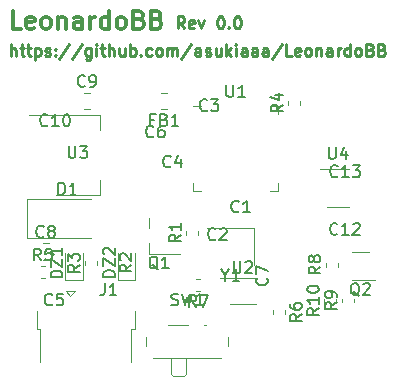
<source format=gbr>
G04 #@! TF.GenerationSoftware,KiCad,Pcbnew,5.0.2-bee76a0~70~ubuntu18.04.1*
G04 #@! TF.CreationDate,2019-02-14T01:12:15+09:00*
G04 #@! TF.ProjectId,LeonardoBB,4c656f6e-6172-4646-9f42-422e6b696361,rev?*
G04 #@! TF.SameCoordinates,Original*
G04 #@! TF.FileFunction,Legend,Top*
G04 #@! TF.FilePolarity,Positive*
%FSLAX46Y46*%
G04 Gerber Fmt 4.6, Leading zero omitted, Abs format (unit mm)*
G04 Created by KiCad (PCBNEW 5.0.2-bee76a0~70~ubuntu18.04.1) date 2019年02月14日 01時12分15秒*
%MOMM*%
%LPD*%
G01*
G04 APERTURE LIST*
%ADD10C,0.250000*%
%ADD11C,0.300000*%
%ADD12C,0.120000*%
%ADD13C,0.150000*%
G04 APERTURE END LIST*
D10*
X128271976Y-100655380D02*
X128271976Y-99655380D01*
X128700547Y-100655380D02*
X128700547Y-100131571D01*
X128652928Y-100036333D01*
X128557690Y-99988714D01*
X128414833Y-99988714D01*
X128319595Y-100036333D01*
X128271976Y-100083952D01*
X129033880Y-99988714D02*
X129414833Y-99988714D01*
X129176738Y-99655380D02*
X129176738Y-100512523D01*
X129224357Y-100607761D01*
X129319595Y-100655380D01*
X129414833Y-100655380D01*
X129605309Y-99988714D02*
X129986261Y-99988714D01*
X129748166Y-99655380D02*
X129748166Y-100512523D01*
X129795785Y-100607761D01*
X129891023Y-100655380D01*
X129986261Y-100655380D01*
X130319595Y-99988714D02*
X130319595Y-100988714D01*
X130319595Y-100036333D02*
X130414833Y-99988714D01*
X130605309Y-99988714D01*
X130700547Y-100036333D01*
X130748166Y-100083952D01*
X130795785Y-100179190D01*
X130795785Y-100464904D01*
X130748166Y-100560142D01*
X130700547Y-100607761D01*
X130605309Y-100655380D01*
X130414833Y-100655380D01*
X130319595Y-100607761D01*
X131176738Y-100607761D02*
X131271976Y-100655380D01*
X131462452Y-100655380D01*
X131557690Y-100607761D01*
X131605309Y-100512523D01*
X131605309Y-100464904D01*
X131557690Y-100369666D01*
X131462452Y-100322047D01*
X131319595Y-100322047D01*
X131224357Y-100274428D01*
X131176738Y-100179190D01*
X131176738Y-100131571D01*
X131224357Y-100036333D01*
X131319595Y-99988714D01*
X131462452Y-99988714D01*
X131557690Y-100036333D01*
X132033880Y-100560142D02*
X132081500Y-100607761D01*
X132033880Y-100655380D01*
X131986261Y-100607761D01*
X132033880Y-100560142D01*
X132033880Y-100655380D01*
X132033880Y-100036333D02*
X132081500Y-100083952D01*
X132033880Y-100131571D01*
X131986261Y-100083952D01*
X132033880Y-100036333D01*
X132033880Y-100131571D01*
X133224357Y-99607761D02*
X132367214Y-100893476D01*
X134271976Y-99607761D02*
X133414833Y-100893476D01*
X135033880Y-99988714D02*
X135033880Y-100798238D01*
X134986261Y-100893476D01*
X134938642Y-100941095D01*
X134843404Y-100988714D01*
X134700547Y-100988714D01*
X134605309Y-100941095D01*
X135033880Y-100607761D02*
X134938642Y-100655380D01*
X134748166Y-100655380D01*
X134652928Y-100607761D01*
X134605309Y-100560142D01*
X134557690Y-100464904D01*
X134557690Y-100179190D01*
X134605309Y-100083952D01*
X134652928Y-100036333D01*
X134748166Y-99988714D01*
X134938642Y-99988714D01*
X135033880Y-100036333D01*
X135510071Y-100655380D02*
X135510071Y-99988714D01*
X135510071Y-99655380D02*
X135462452Y-99703000D01*
X135510071Y-99750619D01*
X135557690Y-99703000D01*
X135510071Y-99655380D01*
X135510071Y-99750619D01*
X135843404Y-99988714D02*
X136224357Y-99988714D01*
X135986261Y-99655380D02*
X135986261Y-100512523D01*
X136033880Y-100607761D01*
X136129119Y-100655380D01*
X136224357Y-100655380D01*
X136557690Y-100655380D02*
X136557690Y-99655380D01*
X136986261Y-100655380D02*
X136986261Y-100131571D01*
X136938642Y-100036333D01*
X136843404Y-99988714D01*
X136700547Y-99988714D01*
X136605309Y-100036333D01*
X136557690Y-100083952D01*
X137891023Y-99988714D02*
X137891023Y-100655380D01*
X137462452Y-99988714D02*
X137462452Y-100512523D01*
X137510071Y-100607761D01*
X137605309Y-100655380D01*
X137748166Y-100655380D01*
X137843404Y-100607761D01*
X137891023Y-100560142D01*
X138367214Y-100655380D02*
X138367214Y-99655380D01*
X138367214Y-100036333D02*
X138462452Y-99988714D01*
X138652928Y-99988714D01*
X138748166Y-100036333D01*
X138795785Y-100083952D01*
X138843404Y-100179190D01*
X138843404Y-100464904D01*
X138795785Y-100560142D01*
X138748166Y-100607761D01*
X138652928Y-100655380D01*
X138462452Y-100655380D01*
X138367214Y-100607761D01*
X139271976Y-100560142D02*
X139319595Y-100607761D01*
X139271976Y-100655380D01*
X139224357Y-100607761D01*
X139271976Y-100560142D01*
X139271976Y-100655380D01*
X140176738Y-100607761D02*
X140081500Y-100655380D01*
X139891023Y-100655380D01*
X139795785Y-100607761D01*
X139748166Y-100560142D01*
X139700547Y-100464904D01*
X139700547Y-100179190D01*
X139748166Y-100083952D01*
X139795785Y-100036333D01*
X139891023Y-99988714D01*
X140081500Y-99988714D01*
X140176738Y-100036333D01*
X140748166Y-100655380D02*
X140652928Y-100607761D01*
X140605309Y-100560142D01*
X140557690Y-100464904D01*
X140557690Y-100179190D01*
X140605309Y-100083952D01*
X140652928Y-100036333D01*
X140748166Y-99988714D01*
X140891023Y-99988714D01*
X140986261Y-100036333D01*
X141033880Y-100083952D01*
X141081500Y-100179190D01*
X141081500Y-100464904D01*
X141033880Y-100560142D01*
X140986261Y-100607761D01*
X140891023Y-100655380D01*
X140748166Y-100655380D01*
X141510071Y-100655380D02*
X141510071Y-99988714D01*
X141510071Y-100083952D02*
X141557690Y-100036333D01*
X141652928Y-99988714D01*
X141795785Y-99988714D01*
X141891023Y-100036333D01*
X141938642Y-100131571D01*
X141938642Y-100655380D01*
X141938642Y-100131571D02*
X141986261Y-100036333D01*
X142081500Y-99988714D01*
X142224357Y-99988714D01*
X142319595Y-100036333D01*
X142367214Y-100131571D01*
X142367214Y-100655380D01*
X143557690Y-99607761D02*
X142700547Y-100893476D01*
X144319595Y-100655380D02*
X144319595Y-100131571D01*
X144271976Y-100036333D01*
X144176738Y-99988714D01*
X143986261Y-99988714D01*
X143891023Y-100036333D01*
X144319595Y-100607761D02*
X144224357Y-100655380D01*
X143986261Y-100655380D01*
X143891023Y-100607761D01*
X143843404Y-100512523D01*
X143843404Y-100417285D01*
X143891023Y-100322047D01*
X143986261Y-100274428D01*
X144224357Y-100274428D01*
X144319595Y-100226809D01*
X144748166Y-100607761D02*
X144843404Y-100655380D01*
X145033880Y-100655380D01*
X145129119Y-100607761D01*
X145176738Y-100512523D01*
X145176738Y-100464904D01*
X145129119Y-100369666D01*
X145033880Y-100322047D01*
X144891023Y-100322047D01*
X144795785Y-100274428D01*
X144748166Y-100179190D01*
X144748166Y-100131571D01*
X144795785Y-100036333D01*
X144891023Y-99988714D01*
X145033880Y-99988714D01*
X145129119Y-100036333D01*
X146033880Y-99988714D02*
X146033880Y-100655380D01*
X145605309Y-99988714D02*
X145605309Y-100512523D01*
X145652928Y-100607761D01*
X145748166Y-100655380D01*
X145891023Y-100655380D01*
X145986261Y-100607761D01*
X146033880Y-100560142D01*
X146510071Y-100655380D02*
X146510071Y-99655380D01*
X146605309Y-100274428D02*
X146891023Y-100655380D01*
X146891023Y-99988714D02*
X146510071Y-100369666D01*
X147319595Y-100655380D02*
X147319595Y-99988714D01*
X147319595Y-99655380D02*
X147271976Y-99703000D01*
X147319595Y-99750619D01*
X147367214Y-99703000D01*
X147319595Y-99655380D01*
X147319595Y-99750619D01*
X148224357Y-100655380D02*
X148224357Y-100131571D01*
X148176738Y-100036333D01*
X148081500Y-99988714D01*
X147891023Y-99988714D01*
X147795785Y-100036333D01*
X148224357Y-100607761D02*
X148129119Y-100655380D01*
X147891023Y-100655380D01*
X147795785Y-100607761D01*
X147748166Y-100512523D01*
X147748166Y-100417285D01*
X147795785Y-100322047D01*
X147891023Y-100274428D01*
X148129119Y-100274428D01*
X148224357Y-100226809D01*
X149129119Y-100655380D02*
X149129119Y-100131571D01*
X149081500Y-100036333D01*
X148986261Y-99988714D01*
X148795785Y-99988714D01*
X148700547Y-100036333D01*
X149129119Y-100607761D02*
X149033880Y-100655380D01*
X148795785Y-100655380D01*
X148700547Y-100607761D01*
X148652928Y-100512523D01*
X148652928Y-100417285D01*
X148700547Y-100322047D01*
X148795785Y-100274428D01*
X149033880Y-100274428D01*
X149129119Y-100226809D01*
X150033880Y-100655380D02*
X150033880Y-100131571D01*
X149986261Y-100036333D01*
X149891023Y-99988714D01*
X149700547Y-99988714D01*
X149605309Y-100036333D01*
X150033880Y-100607761D02*
X149938642Y-100655380D01*
X149700547Y-100655380D01*
X149605309Y-100607761D01*
X149557690Y-100512523D01*
X149557690Y-100417285D01*
X149605309Y-100322047D01*
X149700547Y-100274428D01*
X149938642Y-100274428D01*
X150033880Y-100226809D01*
X151224357Y-99607761D02*
X150367214Y-100893476D01*
X152033880Y-100655380D02*
X151557690Y-100655380D01*
X151557690Y-99655380D01*
X152748166Y-100607761D02*
X152652928Y-100655380D01*
X152462452Y-100655380D01*
X152367214Y-100607761D01*
X152319595Y-100512523D01*
X152319595Y-100131571D01*
X152367214Y-100036333D01*
X152462452Y-99988714D01*
X152652928Y-99988714D01*
X152748166Y-100036333D01*
X152795785Y-100131571D01*
X152795785Y-100226809D01*
X152319595Y-100322047D01*
X153367214Y-100655380D02*
X153271976Y-100607761D01*
X153224357Y-100560142D01*
X153176738Y-100464904D01*
X153176738Y-100179190D01*
X153224357Y-100083952D01*
X153271976Y-100036333D01*
X153367214Y-99988714D01*
X153510071Y-99988714D01*
X153605309Y-100036333D01*
X153652928Y-100083952D01*
X153700547Y-100179190D01*
X153700547Y-100464904D01*
X153652928Y-100560142D01*
X153605309Y-100607761D01*
X153510071Y-100655380D01*
X153367214Y-100655380D01*
X154129119Y-99988714D02*
X154129119Y-100655380D01*
X154129119Y-100083952D02*
X154176738Y-100036333D01*
X154271976Y-99988714D01*
X154414833Y-99988714D01*
X154510071Y-100036333D01*
X154557690Y-100131571D01*
X154557690Y-100655380D01*
X155462452Y-100655380D02*
X155462452Y-100131571D01*
X155414833Y-100036333D01*
X155319595Y-99988714D01*
X155129119Y-99988714D01*
X155033880Y-100036333D01*
X155462452Y-100607761D02*
X155367214Y-100655380D01*
X155129119Y-100655380D01*
X155033880Y-100607761D01*
X154986261Y-100512523D01*
X154986261Y-100417285D01*
X155033880Y-100322047D01*
X155129119Y-100274428D01*
X155367214Y-100274428D01*
X155462452Y-100226809D01*
X155938642Y-100655380D02*
X155938642Y-99988714D01*
X155938642Y-100179190D02*
X155986261Y-100083952D01*
X156033880Y-100036333D01*
X156129119Y-99988714D01*
X156224357Y-99988714D01*
X156986261Y-100655380D02*
X156986261Y-99655380D01*
X156986261Y-100607761D02*
X156891023Y-100655380D01*
X156700547Y-100655380D01*
X156605309Y-100607761D01*
X156557690Y-100560142D01*
X156510071Y-100464904D01*
X156510071Y-100179190D01*
X156557690Y-100083952D01*
X156605309Y-100036333D01*
X156700547Y-99988714D01*
X156891023Y-99988714D01*
X156986261Y-100036333D01*
X157605309Y-100655380D02*
X157510071Y-100607761D01*
X157462452Y-100560142D01*
X157414833Y-100464904D01*
X157414833Y-100179190D01*
X157462452Y-100083952D01*
X157510071Y-100036333D01*
X157605309Y-99988714D01*
X157748166Y-99988714D01*
X157843404Y-100036333D01*
X157891023Y-100083952D01*
X157938642Y-100179190D01*
X157938642Y-100464904D01*
X157891023Y-100560142D01*
X157843404Y-100607761D01*
X157748166Y-100655380D01*
X157605309Y-100655380D01*
X158700547Y-100131571D02*
X158843404Y-100179190D01*
X158891023Y-100226809D01*
X158938642Y-100322047D01*
X158938642Y-100464904D01*
X158891023Y-100560142D01*
X158843404Y-100607761D01*
X158748166Y-100655380D01*
X158367214Y-100655380D01*
X158367214Y-99655380D01*
X158700547Y-99655380D01*
X158795785Y-99703000D01*
X158843404Y-99750619D01*
X158891023Y-99845857D01*
X158891023Y-99941095D01*
X158843404Y-100036333D01*
X158795785Y-100083952D01*
X158700547Y-100131571D01*
X158367214Y-100131571D01*
X159700547Y-100131571D02*
X159843404Y-100179190D01*
X159891023Y-100226809D01*
X159938642Y-100322047D01*
X159938642Y-100464904D01*
X159891023Y-100560142D01*
X159843404Y-100607761D01*
X159748166Y-100655380D01*
X159367214Y-100655380D01*
X159367214Y-99655380D01*
X159700547Y-99655380D01*
X159795785Y-99703000D01*
X159843404Y-99750619D01*
X159891023Y-99845857D01*
X159891023Y-99941095D01*
X159843404Y-100036333D01*
X159795785Y-100083952D01*
X159700547Y-100131571D01*
X159367214Y-100131571D01*
X142962571Y-98305880D02*
X142629238Y-97829690D01*
X142391142Y-98305880D02*
X142391142Y-97305880D01*
X142772095Y-97305880D01*
X142867333Y-97353500D01*
X142914952Y-97401119D01*
X142962571Y-97496357D01*
X142962571Y-97639214D01*
X142914952Y-97734452D01*
X142867333Y-97782071D01*
X142772095Y-97829690D01*
X142391142Y-97829690D01*
X143772095Y-98258261D02*
X143676857Y-98305880D01*
X143486380Y-98305880D01*
X143391142Y-98258261D01*
X143343523Y-98163023D01*
X143343523Y-97782071D01*
X143391142Y-97686833D01*
X143486380Y-97639214D01*
X143676857Y-97639214D01*
X143772095Y-97686833D01*
X143819714Y-97782071D01*
X143819714Y-97877309D01*
X143343523Y-97972547D01*
X144153047Y-97639214D02*
X144391142Y-98305880D01*
X144629238Y-97639214D01*
X145962571Y-97305880D02*
X146057809Y-97305880D01*
X146153047Y-97353500D01*
X146200666Y-97401119D01*
X146248285Y-97496357D01*
X146295904Y-97686833D01*
X146295904Y-97924928D01*
X146248285Y-98115404D01*
X146200666Y-98210642D01*
X146153047Y-98258261D01*
X146057809Y-98305880D01*
X145962571Y-98305880D01*
X145867333Y-98258261D01*
X145819714Y-98210642D01*
X145772095Y-98115404D01*
X145724476Y-97924928D01*
X145724476Y-97686833D01*
X145772095Y-97496357D01*
X145819714Y-97401119D01*
X145867333Y-97353500D01*
X145962571Y-97305880D01*
X146724476Y-98210642D02*
X146772095Y-98258261D01*
X146724476Y-98305880D01*
X146676857Y-98258261D01*
X146724476Y-98210642D01*
X146724476Y-98305880D01*
X147391142Y-97305880D02*
X147486380Y-97305880D01*
X147581619Y-97353500D01*
X147629238Y-97401119D01*
X147676857Y-97496357D01*
X147724476Y-97686833D01*
X147724476Y-97924928D01*
X147676857Y-98115404D01*
X147629238Y-98210642D01*
X147581619Y-98258261D01*
X147486380Y-98305880D01*
X147391142Y-98305880D01*
X147295904Y-98258261D01*
X147248285Y-98210642D01*
X147200666Y-98115404D01*
X147153047Y-97924928D01*
X147153047Y-97686833D01*
X147200666Y-97496357D01*
X147248285Y-97401119D01*
X147295904Y-97353500D01*
X147391142Y-97305880D01*
D11*
X129147785Y-98341571D02*
X128433500Y-98341571D01*
X128433500Y-96841571D01*
X130219214Y-98270142D02*
X130076357Y-98341571D01*
X129790642Y-98341571D01*
X129647785Y-98270142D01*
X129576357Y-98127285D01*
X129576357Y-97555857D01*
X129647785Y-97413000D01*
X129790642Y-97341571D01*
X130076357Y-97341571D01*
X130219214Y-97413000D01*
X130290642Y-97555857D01*
X130290642Y-97698714D01*
X129576357Y-97841571D01*
X131147785Y-98341571D02*
X131004928Y-98270142D01*
X130933500Y-98198714D01*
X130862071Y-98055857D01*
X130862071Y-97627285D01*
X130933500Y-97484428D01*
X131004928Y-97413000D01*
X131147785Y-97341571D01*
X131362071Y-97341571D01*
X131504928Y-97413000D01*
X131576357Y-97484428D01*
X131647785Y-97627285D01*
X131647785Y-98055857D01*
X131576357Y-98198714D01*
X131504928Y-98270142D01*
X131362071Y-98341571D01*
X131147785Y-98341571D01*
X132290642Y-97341571D02*
X132290642Y-98341571D01*
X132290642Y-97484428D02*
X132362071Y-97413000D01*
X132504928Y-97341571D01*
X132719214Y-97341571D01*
X132862071Y-97413000D01*
X132933500Y-97555857D01*
X132933500Y-98341571D01*
X134290642Y-98341571D02*
X134290642Y-97555857D01*
X134219214Y-97413000D01*
X134076357Y-97341571D01*
X133790642Y-97341571D01*
X133647785Y-97413000D01*
X134290642Y-98270142D02*
X134147785Y-98341571D01*
X133790642Y-98341571D01*
X133647785Y-98270142D01*
X133576357Y-98127285D01*
X133576357Y-97984428D01*
X133647785Y-97841571D01*
X133790642Y-97770142D01*
X134147785Y-97770142D01*
X134290642Y-97698714D01*
X135004928Y-98341571D02*
X135004928Y-97341571D01*
X135004928Y-97627285D02*
X135076357Y-97484428D01*
X135147785Y-97413000D01*
X135290642Y-97341571D01*
X135433500Y-97341571D01*
X136576357Y-98341571D02*
X136576357Y-96841571D01*
X136576357Y-98270142D02*
X136433500Y-98341571D01*
X136147785Y-98341571D01*
X136004928Y-98270142D01*
X135933500Y-98198714D01*
X135862071Y-98055857D01*
X135862071Y-97627285D01*
X135933500Y-97484428D01*
X136004928Y-97413000D01*
X136147785Y-97341571D01*
X136433500Y-97341571D01*
X136576357Y-97413000D01*
X137504928Y-98341571D02*
X137362071Y-98270142D01*
X137290642Y-98198714D01*
X137219214Y-98055857D01*
X137219214Y-97627285D01*
X137290642Y-97484428D01*
X137362071Y-97413000D01*
X137504928Y-97341571D01*
X137719214Y-97341571D01*
X137862071Y-97413000D01*
X137933500Y-97484428D01*
X138004928Y-97627285D01*
X138004928Y-98055857D01*
X137933500Y-98198714D01*
X137862071Y-98270142D01*
X137719214Y-98341571D01*
X137504928Y-98341571D01*
X139147785Y-97555857D02*
X139362071Y-97627285D01*
X139433500Y-97698714D01*
X139504928Y-97841571D01*
X139504928Y-98055857D01*
X139433500Y-98198714D01*
X139362071Y-98270142D01*
X139219214Y-98341571D01*
X138647785Y-98341571D01*
X138647785Y-96841571D01*
X139147785Y-96841571D01*
X139290642Y-96913000D01*
X139362071Y-96984428D01*
X139433500Y-97127285D01*
X139433500Y-97270142D01*
X139362071Y-97413000D01*
X139290642Y-97484428D01*
X139147785Y-97555857D01*
X138647785Y-97555857D01*
X140647785Y-97555857D02*
X140862071Y-97627285D01*
X140933500Y-97698714D01*
X141004928Y-97841571D01*
X141004928Y-98055857D01*
X140933500Y-98198714D01*
X140862071Y-98270142D01*
X140719214Y-98341571D01*
X140147785Y-98341571D01*
X140147785Y-96841571D01*
X140647785Y-96841571D01*
X140790642Y-96913000D01*
X140862071Y-96984428D01*
X140933500Y-97127285D01*
X140933500Y-97270142D01*
X140862071Y-97413000D01*
X140790642Y-97484428D01*
X140647785Y-97555857D01*
X140147785Y-97555857D01*
D12*
G04 #@! TO.C,C9*
X134439422Y-103748000D02*
X134956578Y-103748000D01*
X134439422Y-105168000D02*
X134956578Y-105168000D01*
G04 #@! TO.C,C8*
X130947422Y-117931000D02*
X131464578Y-117931000D01*
X130947422Y-116511000D02*
X131464578Y-116511000D01*
G04 #@! TO.C,D1*
X129632000Y-112777000D02*
X129632000Y-116077000D01*
X129632000Y-116077000D02*
X135032000Y-116077000D01*
X129632000Y-112777000D02*
X135032000Y-112777000D01*
G04 #@! TO.C,DZ1*
X132869000Y-117374000D02*
X132869000Y-119659000D01*
X132869000Y-119659000D02*
X134339000Y-119659000D01*
X134339000Y-119659000D02*
X134339000Y-117374000D01*
G04 #@! TO.C,DZ2*
X138784000Y-119621000D02*
X138784000Y-117336000D01*
X137314000Y-119621000D02*
X138784000Y-119621000D01*
X137314000Y-117336000D02*
X137314000Y-119621000D01*
G04 #@! TO.C,FB1*
X141497578Y-103748000D02*
X140980422Y-103748000D01*
X141497578Y-105168000D02*
X140980422Y-105168000D01*
G04 #@! TO.C,J1*
X130445000Y-123760000D02*
X130445000Y-122210000D01*
X130445000Y-123760000D02*
X130745000Y-123760000D01*
X130745000Y-126560000D02*
X130745000Y-123760000D01*
X138745000Y-123760000D02*
X138745000Y-122210000D01*
X138445000Y-123760000D02*
X138745000Y-123760000D01*
X138445000Y-126560000D02*
X138445000Y-123760000D01*
X133695000Y-120510000D02*
X133295000Y-120960000D01*
X132895000Y-120510000D02*
X133695000Y-120510000D01*
X133295000Y-120960000D02*
X132895000Y-120510000D01*
G04 #@! TO.C,Q1*
X139972000Y-117426000D02*
X139972000Y-116476000D01*
X142572000Y-117426000D02*
X139972000Y-117426000D01*
X139972000Y-115176000D02*
X139972000Y-114376000D01*
G04 #@! TO.C,Q2*
X157161000Y-119588000D02*
X159061000Y-119588000D01*
X158561000Y-117268000D02*
X157161000Y-117268000D01*
G04 #@! TO.C,R1*
X144147000Y-115770779D02*
X144147000Y-115445221D01*
X143127000Y-115770779D02*
X143127000Y-115445221D01*
G04 #@! TO.C,R2*
X136078000Y-117985221D02*
X136078000Y-118310779D01*
X137098000Y-117985221D02*
X137098000Y-118310779D01*
G04 #@! TO.C,R3*
X135574000Y-118336779D02*
X135574000Y-118011221D01*
X134554000Y-118336779D02*
X134554000Y-118011221D01*
G04 #@! TO.C,R4*
X151763000Y-104772779D02*
X151763000Y-104447221D01*
X152783000Y-104772779D02*
X152783000Y-104447221D01*
G04 #@! TO.C,R5*
X130799221Y-118426000D02*
X131124779Y-118426000D01*
X130799221Y-119446000D02*
X131124779Y-119446000D01*
G04 #@! TO.C,R6*
X150493000Y-122176221D02*
X150493000Y-122501779D01*
X151513000Y-122176221D02*
X151513000Y-122501779D01*
G04 #@! TO.C,R7*
X144282779Y-120525000D02*
X143957221Y-120525000D01*
X144282779Y-119505000D02*
X143957221Y-119505000D01*
G04 #@! TO.C,R8*
X154938000Y-118488779D02*
X154938000Y-118163221D01*
X155958000Y-118488779D02*
X155958000Y-118163221D01*
G04 #@! TO.C,R9*
X156335000Y-121510779D02*
X156335000Y-121185221D01*
X157355000Y-121510779D02*
X157355000Y-121185221D01*
G04 #@! TO.C,R10*
X155831000Y-121536779D02*
X155831000Y-121211221D01*
X154811000Y-121536779D02*
X154811000Y-121211221D01*
G04 #@! TO.C,SW1*
X144592000Y-123404000D02*
X144792000Y-123404000D01*
X141792000Y-127544000D02*
X141992000Y-127754000D01*
X143092000Y-127544000D02*
X142892000Y-127754000D01*
X141792000Y-126254000D02*
X141792000Y-127544000D01*
X141992000Y-127754000D02*
X142892000Y-127754000D01*
X143092000Y-127544000D02*
X143092000Y-126254000D01*
X140342000Y-126254000D02*
X146042000Y-126254000D01*
X141592000Y-123404000D02*
X143292000Y-123404000D01*
X139742000Y-124454000D02*
X139742000Y-125244000D01*
X146642000Y-125244000D02*
X146642000Y-124454000D01*
G04 #@! TO.C,U1*
X150171000Y-104876000D02*
X150896000Y-104876000D01*
X150896000Y-104876000D02*
X150896000Y-105601000D01*
X144401000Y-112096000D02*
X143676000Y-112096000D01*
X143676000Y-112096000D02*
X143676000Y-111371000D01*
X150171000Y-112096000D02*
X150896000Y-112096000D01*
X150896000Y-112096000D02*
X150896000Y-111371000D01*
X144401000Y-104876000D02*
X143676000Y-104876000D01*
G04 #@! TO.C,U2*
X148992000Y-121686000D02*
X146792000Y-121686000D01*
X148992000Y-119486000D02*
X145992000Y-119486000D01*
G04 #@! TO.C,U3*
X135832000Y-112440000D02*
X135832000Y-111180000D01*
X135832000Y-105620000D02*
X135832000Y-106880000D01*
X132072000Y-112440000D02*
X135832000Y-112440000D01*
X129822000Y-105620000D02*
X135832000Y-105620000D01*
G04 #@! TO.C,U4*
X155056000Y-113434000D02*
X156856000Y-113434000D01*
X156856000Y-110214000D02*
X154406000Y-110214000D01*
G04 #@! TO.C,Y1*
X148896000Y-118377000D02*
X148896000Y-115227000D01*
X148896000Y-115227000D02*
X144896000Y-115227000D01*
G04 #@! TO.C,C9*
D13*
X134531333Y-103165142D02*
X134483714Y-103212761D01*
X134340857Y-103260380D01*
X134245619Y-103260380D01*
X134102761Y-103212761D01*
X134007523Y-103117523D01*
X133959904Y-103022285D01*
X133912285Y-102831809D01*
X133912285Y-102688952D01*
X133959904Y-102498476D01*
X134007523Y-102403238D01*
X134102761Y-102308000D01*
X134245619Y-102260380D01*
X134340857Y-102260380D01*
X134483714Y-102308000D01*
X134531333Y-102355619D01*
X135007523Y-103260380D02*
X135198000Y-103260380D01*
X135293238Y-103212761D01*
X135340857Y-103165142D01*
X135436095Y-103022285D01*
X135483714Y-102831809D01*
X135483714Y-102450857D01*
X135436095Y-102355619D01*
X135388476Y-102308000D01*
X135293238Y-102260380D01*
X135102761Y-102260380D01*
X135007523Y-102308000D01*
X134959904Y-102355619D01*
X134912285Y-102450857D01*
X134912285Y-102688952D01*
X134959904Y-102784190D01*
X135007523Y-102831809D01*
X135102761Y-102879428D01*
X135293238Y-102879428D01*
X135388476Y-102831809D01*
X135436095Y-102784190D01*
X135483714Y-102688952D01*
G04 #@! TO.C,C1*
X147557333Y-113805142D02*
X147509714Y-113852761D01*
X147366857Y-113900380D01*
X147271619Y-113900380D01*
X147128761Y-113852761D01*
X147033523Y-113757523D01*
X146985904Y-113662285D01*
X146938285Y-113471809D01*
X146938285Y-113328952D01*
X146985904Y-113138476D01*
X147033523Y-113043238D01*
X147128761Y-112948000D01*
X147271619Y-112900380D01*
X147366857Y-112900380D01*
X147509714Y-112948000D01*
X147557333Y-112995619D01*
X148509714Y-113900380D02*
X147938285Y-113900380D01*
X148224000Y-113900380D02*
X148224000Y-112900380D01*
X148128761Y-113043238D01*
X148033523Y-113138476D01*
X147938285Y-113186095D01*
G04 #@! TO.C,C2*
X145589333Y-116145142D02*
X145541714Y-116192761D01*
X145398857Y-116240380D01*
X145303619Y-116240380D01*
X145160761Y-116192761D01*
X145065523Y-116097523D01*
X145017904Y-116002285D01*
X144970285Y-115811809D01*
X144970285Y-115668952D01*
X145017904Y-115478476D01*
X145065523Y-115383238D01*
X145160761Y-115288000D01*
X145303619Y-115240380D01*
X145398857Y-115240380D01*
X145541714Y-115288000D01*
X145589333Y-115335619D01*
X145970285Y-115335619D02*
X146017904Y-115288000D01*
X146113142Y-115240380D01*
X146351238Y-115240380D01*
X146446476Y-115288000D01*
X146494095Y-115335619D01*
X146541714Y-115430857D01*
X146541714Y-115526095D01*
X146494095Y-115668952D01*
X145922666Y-116240380D01*
X146541714Y-116240380D01*
G04 #@! TO.C,C3*
X144890333Y-105223142D02*
X144842714Y-105270761D01*
X144699857Y-105318380D01*
X144604619Y-105318380D01*
X144461761Y-105270761D01*
X144366523Y-105175523D01*
X144318904Y-105080285D01*
X144271285Y-104889809D01*
X144271285Y-104746952D01*
X144318904Y-104556476D01*
X144366523Y-104461238D01*
X144461761Y-104366000D01*
X144604619Y-104318380D01*
X144699857Y-104318380D01*
X144842714Y-104366000D01*
X144890333Y-104413619D01*
X145223666Y-104318380D02*
X145842714Y-104318380D01*
X145509380Y-104699333D01*
X145652238Y-104699333D01*
X145747476Y-104746952D01*
X145795095Y-104794571D01*
X145842714Y-104889809D01*
X145842714Y-105127904D01*
X145795095Y-105223142D01*
X145747476Y-105270761D01*
X145652238Y-105318380D01*
X145366523Y-105318380D01*
X145271285Y-105270761D01*
X145223666Y-105223142D01*
G04 #@! TO.C,C4*
X141796333Y-109985142D02*
X141748714Y-110032761D01*
X141605857Y-110080380D01*
X141510619Y-110080380D01*
X141367761Y-110032761D01*
X141272523Y-109937523D01*
X141224904Y-109842285D01*
X141177285Y-109651809D01*
X141177285Y-109508952D01*
X141224904Y-109318476D01*
X141272523Y-109223238D01*
X141367761Y-109128000D01*
X141510619Y-109080380D01*
X141605857Y-109080380D01*
X141748714Y-109128000D01*
X141796333Y-109175619D01*
X142653476Y-109413714D02*
X142653476Y-110080380D01*
X142415380Y-109032761D02*
X142177285Y-109747047D01*
X142796333Y-109747047D01*
G04 #@! TO.C,C5*
X131763333Y-121669142D02*
X131715714Y-121716761D01*
X131572857Y-121764380D01*
X131477619Y-121764380D01*
X131334761Y-121716761D01*
X131239523Y-121621523D01*
X131191904Y-121526285D01*
X131144285Y-121335809D01*
X131144285Y-121192952D01*
X131191904Y-121002476D01*
X131239523Y-120907238D01*
X131334761Y-120812000D01*
X131477619Y-120764380D01*
X131572857Y-120764380D01*
X131715714Y-120812000D01*
X131763333Y-120859619D01*
X132668095Y-120764380D02*
X132191904Y-120764380D01*
X132144285Y-121240571D01*
X132191904Y-121192952D01*
X132287142Y-121145333D01*
X132525238Y-121145333D01*
X132620476Y-121192952D01*
X132668095Y-121240571D01*
X132715714Y-121335809D01*
X132715714Y-121573904D01*
X132668095Y-121669142D01*
X132620476Y-121716761D01*
X132525238Y-121764380D01*
X132287142Y-121764380D01*
X132191904Y-121716761D01*
X132144285Y-121669142D01*
G04 #@! TO.C,C6*
X140335333Y-107445142D02*
X140287714Y-107492761D01*
X140144857Y-107540380D01*
X140049619Y-107540380D01*
X139906761Y-107492761D01*
X139811523Y-107397523D01*
X139763904Y-107302285D01*
X139716285Y-107111809D01*
X139716285Y-106968952D01*
X139763904Y-106778476D01*
X139811523Y-106683238D01*
X139906761Y-106588000D01*
X140049619Y-106540380D01*
X140144857Y-106540380D01*
X140287714Y-106588000D01*
X140335333Y-106635619D01*
X141192476Y-106540380D02*
X141002000Y-106540380D01*
X140906761Y-106588000D01*
X140859142Y-106635619D01*
X140763904Y-106778476D01*
X140716285Y-106968952D01*
X140716285Y-107349904D01*
X140763904Y-107445142D01*
X140811523Y-107492761D01*
X140906761Y-107540380D01*
X141097238Y-107540380D01*
X141192476Y-107492761D01*
X141240095Y-107445142D01*
X141287714Y-107349904D01*
X141287714Y-107111809D01*
X141240095Y-107016571D01*
X141192476Y-106968952D01*
X141097238Y-106921333D01*
X140906761Y-106921333D01*
X140811523Y-106968952D01*
X140763904Y-107016571D01*
X140716285Y-107111809D01*
G04 #@! TO.C,C7*
X149936142Y-119460666D02*
X149983761Y-119508285D01*
X150031380Y-119651142D01*
X150031380Y-119746380D01*
X149983761Y-119889238D01*
X149888523Y-119984476D01*
X149793285Y-120032095D01*
X149602809Y-120079714D01*
X149459952Y-120079714D01*
X149269476Y-120032095D01*
X149174238Y-119984476D01*
X149079000Y-119889238D01*
X149031380Y-119746380D01*
X149031380Y-119651142D01*
X149079000Y-119508285D01*
X149126619Y-119460666D01*
X149031380Y-119127333D02*
X149031380Y-118460666D01*
X150031380Y-118889238D01*
G04 #@! TO.C,C8*
X131039333Y-115928142D02*
X130991714Y-115975761D01*
X130848857Y-116023380D01*
X130753619Y-116023380D01*
X130610761Y-115975761D01*
X130515523Y-115880523D01*
X130467904Y-115785285D01*
X130420285Y-115594809D01*
X130420285Y-115451952D01*
X130467904Y-115261476D01*
X130515523Y-115166238D01*
X130610761Y-115071000D01*
X130753619Y-115023380D01*
X130848857Y-115023380D01*
X130991714Y-115071000D01*
X131039333Y-115118619D01*
X131610761Y-115451952D02*
X131515523Y-115404333D01*
X131467904Y-115356714D01*
X131420285Y-115261476D01*
X131420285Y-115213857D01*
X131467904Y-115118619D01*
X131515523Y-115071000D01*
X131610761Y-115023380D01*
X131801238Y-115023380D01*
X131896476Y-115071000D01*
X131944095Y-115118619D01*
X131991714Y-115213857D01*
X131991714Y-115261476D01*
X131944095Y-115356714D01*
X131896476Y-115404333D01*
X131801238Y-115451952D01*
X131610761Y-115451952D01*
X131515523Y-115499571D01*
X131467904Y-115547190D01*
X131420285Y-115642428D01*
X131420285Y-115832904D01*
X131467904Y-115928142D01*
X131515523Y-115975761D01*
X131610761Y-116023380D01*
X131801238Y-116023380D01*
X131896476Y-115975761D01*
X131944095Y-115928142D01*
X131991714Y-115832904D01*
X131991714Y-115642428D01*
X131944095Y-115547190D01*
X131896476Y-115499571D01*
X131801238Y-115451952D01*
G04 #@! TO.C,C10*
X131373142Y-106493142D02*
X131325523Y-106540761D01*
X131182666Y-106588380D01*
X131087428Y-106588380D01*
X130944571Y-106540761D01*
X130849333Y-106445523D01*
X130801714Y-106350285D01*
X130754095Y-106159809D01*
X130754095Y-106016952D01*
X130801714Y-105826476D01*
X130849333Y-105731238D01*
X130944571Y-105636000D01*
X131087428Y-105588380D01*
X131182666Y-105588380D01*
X131325523Y-105636000D01*
X131373142Y-105683619D01*
X132325523Y-106588380D02*
X131754095Y-106588380D01*
X132039809Y-106588380D02*
X132039809Y-105588380D01*
X131944571Y-105731238D01*
X131849333Y-105826476D01*
X131754095Y-105874095D01*
X132944571Y-105588380D02*
X133039809Y-105588380D01*
X133135047Y-105636000D01*
X133182666Y-105683619D01*
X133230285Y-105778857D01*
X133277904Y-105969333D01*
X133277904Y-106207428D01*
X133230285Y-106397904D01*
X133182666Y-106493142D01*
X133135047Y-106540761D01*
X133039809Y-106588380D01*
X132944571Y-106588380D01*
X132849333Y-106540761D01*
X132801714Y-106493142D01*
X132754095Y-106397904D01*
X132706476Y-106207428D01*
X132706476Y-105969333D01*
X132754095Y-105778857D01*
X132801714Y-105683619D01*
X132849333Y-105636000D01*
X132944571Y-105588380D01*
G04 #@! TO.C,C12*
X155907142Y-115700142D02*
X155859523Y-115747761D01*
X155716666Y-115795380D01*
X155621428Y-115795380D01*
X155478571Y-115747761D01*
X155383333Y-115652523D01*
X155335714Y-115557285D01*
X155288095Y-115366809D01*
X155288095Y-115223952D01*
X155335714Y-115033476D01*
X155383333Y-114938238D01*
X155478571Y-114843000D01*
X155621428Y-114795380D01*
X155716666Y-114795380D01*
X155859523Y-114843000D01*
X155907142Y-114890619D01*
X156859523Y-115795380D02*
X156288095Y-115795380D01*
X156573809Y-115795380D02*
X156573809Y-114795380D01*
X156478571Y-114938238D01*
X156383333Y-115033476D01*
X156288095Y-115081095D01*
X157240476Y-114890619D02*
X157288095Y-114843000D01*
X157383333Y-114795380D01*
X157621428Y-114795380D01*
X157716666Y-114843000D01*
X157764285Y-114890619D01*
X157811904Y-114985857D01*
X157811904Y-115081095D01*
X157764285Y-115223952D01*
X157192857Y-115795380D01*
X157811904Y-115795380D01*
G04 #@! TO.C,C13*
X155925142Y-110811142D02*
X155877523Y-110858761D01*
X155734666Y-110906380D01*
X155639428Y-110906380D01*
X155496571Y-110858761D01*
X155401333Y-110763523D01*
X155353714Y-110668285D01*
X155306095Y-110477809D01*
X155306095Y-110334952D01*
X155353714Y-110144476D01*
X155401333Y-110049238D01*
X155496571Y-109954000D01*
X155639428Y-109906380D01*
X155734666Y-109906380D01*
X155877523Y-109954000D01*
X155925142Y-110001619D01*
X156877523Y-110906380D02*
X156306095Y-110906380D01*
X156591809Y-110906380D02*
X156591809Y-109906380D01*
X156496571Y-110049238D01*
X156401333Y-110144476D01*
X156306095Y-110192095D01*
X157210857Y-109906380D02*
X157829904Y-109906380D01*
X157496571Y-110287333D01*
X157639428Y-110287333D01*
X157734666Y-110334952D01*
X157782285Y-110382571D01*
X157829904Y-110477809D01*
X157829904Y-110715904D01*
X157782285Y-110811142D01*
X157734666Y-110858761D01*
X157639428Y-110906380D01*
X157353714Y-110906380D01*
X157258476Y-110858761D01*
X157210857Y-110811142D01*
G04 #@! TO.C,D1*
X132293904Y-112379380D02*
X132293904Y-111379380D01*
X132532000Y-111379380D01*
X132674857Y-111427000D01*
X132770095Y-111522238D01*
X132817714Y-111617476D01*
X132865333Y-111807952D01*
X132865333Y-111950809D01*
X132817714Y-112141285D01*
X132770095Y-112236523D01*
X132674857Y-112331761D01*
X132532000Y-112379380D01*
X132293904Y-112379380D01*
X133817714Y-112379380D02*
X133246285Y-112379380D01*
X133532000Y-112379380D02*
X133532000Y-111379380D01*
X133436761Y-111522238D01*
X133341523Y-111617476D01*
X133246285Y-111665095D01*
G04 #@! TO.C,DZ1*
X132626380Y-119388285D02*
X131626380Y-119388285D01*
X131626380Y-119150190D01*
X131674000Y-119007333D01*
X131769238Y-118912095D01*
X131864476Y-118864476D01*
X132054952Y-118816857D01*
X132197809Y-118816857D01*
X132388285Y-118864476D01*
X132483523Y-118912095D01*
X132578761Y-119007333D01*
X132626380Y-119150190D01*
X132626380Y-119388285D01*
X131626380Y-118483523D02*
X131626380Y-117816857D01*
X132626380Y-118483523D01*
X132626380Y-117816857D01*
X132626380Y-116912095D02*
X132626380Y-117483523D01*
X132626380Y-117197809D02*
X131626380Y-117197809D01*
X131769238Y-117293047D01*
X131864476Y-117388285D01*
X131912095Y-117483523D01*
G04 #@! TO.C,DZ2*
X137071380Y-119350285D02*
X136071380Y-119350285D01*
X136071380Y-119112190D01*
X136119000Y-118969333D01*
X136214238Y-118874095D01*
X136309476Y-118826476D01*
X136499952Y-118778857D01*
X136642809Y-118778857D01*
X136833285Y-118826476D01*
X136928523Y-118874095D01*
X137023761Y-118969333D01*
X137071380Y-119112190D01*
X137071380Y-119350285D01*
X136071380Y-118445523D02*
X136071380Y-117778857D01*
X137071380Y-118445523D01*
X137071380Y-117778857D01*
X136166619Y-117445523D02*
X136119000Y-117397904D01*
X136071380Y-117302666D01*
X136071380Y-117064571D01*
X136119000Y-116969333D01*
X136166619Y-116921714D01*
X136261857Y-116874095D01*
X136357095Y-116874095D01*
X136499952Y-116921714D01*
X137071380Y-117493142D01*
X137071380Y-116874095D01*
G04 #@! TO.C,FB1*
X140405666Y-106036571D02*
X140072333Y-106036571D01*
X140072333Y-106560380D02*
X140072333Y-105560380D01*
X140548523Y-105560380D01*
X141262809Y-106036571D02*
X141405666Y-106084190D01*
X141453285Y-106131809D01*
X141500904Y-106227047D01*
X141500904Y-106369904D01*
X141453285Y-106465142D01*
X141405666Y-106512761D01*
X141310428Y-106560380D01*
X140929476Y-106560380D01*
X140929476Y-105560380D01*
X141262809Y-105560380D01*
X141358047Y-105608000D01*
X141405666Y-105655619D01*
X141453285Y-105750857D01*
X141453285Y-105846095D01*
X141405666Y-105941333D01*
X141358047Y-105988952D01*
X141262809Y-106036571D01*
X140929476Y-106036571D01*
X142453285Y-106560380D02*
X141881857Y-106560380D01*
X142167571Y-106560380D02*
X142167571Y-105560380D01*
X142072333Y-105703238D01*
X141977095Y-105798476D01*
X141881857Y-105846095D01*
G04 #@! TO.C,J1*
X136211666Y-119912380D02*
X136211666Y-120626666D01*
X136164047Y-120769523D01*
X136068809Y-120864761D01*
X135925952Y-120912380D01*
X135830714Y-120912380D01*
X137211666Y-120912380D02*
X136640238Y-120912380D01*
X136925952Y-120912380D02*
X136925952Y-119912380D01*
X136830714Y-120055238D01*
X136735476Y-120150476D01*
X136640238Y-120198095D01*
G04 #@! TO.C,Q1*
X140726761Y-118723619D02*
X140631523Y-118676000D01*
X140536285Y-118580761D01*
X140393428Y-118437904D01*
X140298190Y-118390285D01*
X140202952Y-118390285D01*
X140250571Y-118628380D02*
X140155333Y-118580761D01*
X140060095Y-118485523D01*
X140012476Y-118295047D01*
X140012476Y-117961714D01*
X140060095Y-117771238D01*
X140155333Y-117676000D01*
X140250571Y-117628380D01*
X140441047Y-117628380D01*
X140536285Y-117676000D01*
X140631523Y-117771238D01*
X140679142Y-117961714D01*
X140679142Y-118295047D01*
X140631523Y-118485523D01*
X140536285Y-118580761D01*
X140441047Y-118628380D01*
X140250571Y-118628380D01*
X141631523Y-118628380D02*
X141060095Y-118628380D01*
X141345809Y-118628380D02*
X141345809Y-117628380D01*
X141250571Y-117771238D01*
X141155333Y-117866476D01*
X141060095Y-117914095D01*
G04 #@! TO.C,Q2*
X157765761Y-120975619D02*
X157670523Y-120928000D01*
X157575285Y-120832761D01*
X157432428Y-120689904D01*
X157337190Y-120642285D01*
X157241952Y-120642285D01*
X157289571Y-120880380D02*
X157194333Y-120832761D01*
X157099095Y-120737523D01*
X157051476Y-120547047D01*
X157051476Y-120213714D01*
X157099095Y-120023238D01*
X157194333Y-119928000D01*
X157289571Y-119880380D01*
X157480047Y-119880380D01*
X157575285Y-119928000D01*
X157670523Y-120023238D01*
X157718142Y-120213714D01*
X157718142Y-120547047D01*
X157670523Y-120737523D01*
X157575285Y-120832761D01*
X157480047Y-120880380D01*
X157289571Y-120880380D01*
X158099095Y-119975619D02*
X158146714Y-119928000D01*
X158241952Y-119880380D01*
X158480047Y-119880380D01*
X158575285Y-119928000D01*
X158622904Y-119975619D01*
X158670523Y-120070857D01*
X158670523Y-120166095D01*
X158622904Y-120308952D01*
X158051476Y-120880380D01*
X158670523Y-120880380D01*
G04 #@! TO.C,R1*
X142659380Y-115774666D02*
X142183190Y-116108000D01*
X142659380Y-116346095D02*
X141659380Y-116346095D01*
X141659380Y-115965142D01*
X141707000Y-115869904D01*
X141754619Y-115822285D01*
X141849857Y-115774666D01*
X141992714Y-115774666D01*
X142087952Y-115822285D01*
X142135571Y-115869904D01*
X142183190Y-115965142D01*
X142183190Y-116346095D01*
X142659380Y-114822285D02*
X142659380Y-115393714D01*
X142659380Y-115108000D02*
X141659380Y-115108000D01*
X141802238Y-115203238D01*
X141897476Y-115298476D01*
X141945095Y-115393714D01*
G04 #@! TO.C,R2*
X138470380Y-118314666D02*
X137994190Y-118648000D01*
X138470380Y-118886095D02*
X137470380Y-118886095D01*
X137470380Y-118505142D01*
X137518000Y-118409904D01*
X137565619Y-118362285D01*
X137660857Y-118314666D01*
X137803714Y-118314666D01*
X137898952Y-118362285D01*
X137946571Y-118409904D01*
X137994190Y-118505142D01*
X137994190Y-118886095D01*
X137565619Y-117933714D02*
X137518000Y-117886095D01*
X137470380Y-117790857D01*
X137470380Y-117552761D01*
X137518000Y-117457523D01*
X137565619Y-117409904D01*
X137660857Y-117362285D01*
X137756095Y-117362285D01*
X137898952Y-117409904D01*
X138470380Y-117981333D01*
X138470380Y-117362285D01*
G04 #@! TO.C,R3*
X134086380Y-118340666D02*
X133610190Y-118674000D01*
X134086380Y-118912095D02*
X133086380Y-118912095D01*
X133086380Y-118531142D01*
X133134000Y-118435904D01*
X133181619Y-118388285D01*
X133276857Y-118340666D01*
X133419714Y-118340666D01*
X133514952Y-118388285D01*
X133562571Y-118435904D01*
X133610190Y-118531142D01*
X133610190Y-118912095D01*
X133086380Y-118007333D02*
X133086380Y-117388285D01*
X133467333Y-117721619D01*
X133467333Y-117578761D01*
X133514952Y-117483523D01*
X133562571Y-117435904D01*
X133657809Y-117388285D01*
X133895904Y-117388285D01*
X133991142Y-117435904D01*
X134038761Y-117483523D01*
X134086380Y-117578761D01*
X134086380Y-117864476D01*
X134038761Y-117959714D01*
X133991142Y-118007333D01*
G04 #@! TO.C,R4*
X151295380Y-104776666D02*
X150819190Y-105110000D01*
X151295380Y-105348095D02*
X150295380Y-105348095D01*
X150295380Y-104967142D01*
X150343000Y-104871904D01*
X150390619Y-104824285D01*
X150485857Y-104776666D01*
X150628714Y-104776666D01*
X150723952Y-104824285D01*
X150771571Y-104871904D01*
X150819190Y-104967142D01*
X150819190Y-105348095D01*
X150628714Y-103919523D02*
X151295380Y-103919523D01*
X150247761Y-104157619D02*
X150962047Y-104395714D01*
X150962047Y-103776666D01*
G04 #@! TO.C,R5*
X130795333Y-117958380D02*
X130462000Y-117482190D01*
X130223904Y-117958380D02*
X130223904Y-116958380D01*
X130604857Y-116958380D01*
X130700095Y-117006000D01*
X130747714Y-117053619D01*
X130795333Y-117148857D01*
X130795333Y-117291714D01*
X130747714Y-117386952D01*
X130700095Y-117434571D01*
X130604857Y-117482190D01*
X130223904Y-117482190D01*
X131700095Y-116958380D02*
X131223904Y-116958380D01*
X131176285Y-117434571D01*
X131223904Y-117386952D01*
X131319142Y-117339333D01*
X131557238Y-117339333D01*
X131652476Y-117386952D01*
X131700095Y-117434571D01*
X131747714Y-117529809D01*
X131747714Y-117767904D01*
X131700095Y-117863142D01*
X131652476Y-117910761D01*
X131557238Y-117958380D01*
X131319142Y-117958380D01*
X131223904Y-117910761D01*
X131176285Y-117863142D01*
G04 #@! TO.C,R6*
X152885380Y-122505666D02*
X152409190Y-122839000D01*
X152885380Y-123077095D02*
X151885380Y-123077095D01*
X151885380Y-122696142D01*
X151933000Y-122600904D01*
X151980619Y-122553285D01*
X152075857Y-122505666D01*
X152218714Y-122505666D01*
X152313952Y-122553285D01*
X152361571Y-122600904D01*
X152409190Y-122696142D01*
X152409190Y-123077095D01*
X151885380Y-121648523D02*
X151885380Y-121839000D01*
X151933000Y-121934238D01*
X151980619Y-121981857D01*
X152123476Y-122077095D01*
X152313952Y-122124714D01*
X152694904Y-122124714D01*
X152790142Y-122077095D01*
X152837761Y-122029476D01*
X152885380Y-121934238D01*
X152885380Y-121743761D01*
X152837761Y-121648523D01*
X152790142Y-121600904D01*
X152694904Y-121553285D01*
X152456809Y-121553285D01*
X152361571Y-121600904D01*
X152313952Y-121648523D01*
X152266333Y-121743761D01*
X152266333Y-121934238D01*
X152313952Y-122029476D01*
X152361571Y-122077095D01*
X152456809Y-122124714D01*
G04 #@! TO.C,R7*
X143953333Y-121897380D02*
X143620000Y-121421190D01*
X143381904Y-121897380D02*
X143381904Y-120897380D01*
X143762857Y-120897380D01*
X143858095Y-120945000D01*
X143905714Y-120992619D01*
X143953333Y-121087857D01*
X143953333Y-121230714D01*
X143905714Y-121325952D01*
X143858095Y-121373571D01*
X143762857Y-121421190D01*
X143381904Y-121421190D01*
X144286666Y-120897380D02*
X144953333Y-120897380D01*
X144524761Y-121897380D01*
G04 #@! TO.C,R8*
X154470380Y-118492666D02*
X153994190Y-118826000D01*
X154470380Y-119064095D02*
X153470380Y-119064095D01*
X153470380Y-118683142D01*
X153518000Y-118587904D01*
X153565619Y-118540285D01*
X153660857Y-118492666D01*
X153803714Y-118492666D01*
X153898952Y-118540285D01*
X153946571Y-118587904D01*
X153994190Y-118683142D01*
X153994190Y-119064095D01*
X153898952Y-117921238D02*
X153851333Y-118016476D01*
X153803714Y-118064095D01*
X153708476Y-118111714D01*
X153660857Y-118111714D01*
X153565619Y-118064095D01*
X153518000Y-118016476D01*
X153470380Y-117921238D01*
X153470380Y-117730761D01*
X153518000Y-117635523D01*
X153565619Y-117587904D01*
X153660857Y-117540285D01*
X153708476Y-117540285D01*
X153803714Y-117587904D01*
X153851333Y-117635523D01*
X153898952Y-117730761D01*
X153898952Y-117921238D01*
X153946571Y-118016476D01*
X153994190Y-118064095D01*
X154089428Y-118111714D01*
X154279904Y-118111714D01*
X154375142Y-118064095D01*
X154422761Y-118016476D01*
X154470380Y-117921238D01*
X154470380Y-117730761D01*
X154422761Y-117635523D01*
X154375142Y-117587904D01*
X154279904Y-117540285D01*
X154089428Y-117540285D01*
X153994190Y-117587904D01*
X153946571Y-117635523D01*
X153898952Y-117730761D01*
G04 #@! TO.C,R9*
X155867380Y-121514666D02*
X155391190Y-121848000D01*
X155867380Y-122086095D02*
X154867380Y-122086095D01*
X154867380Y-121705142D01*
X154915000Y-121609904D01*
X154962619Y-121562285D01*
X155057857Y-121514666D01*
X155200714Y-121514666D01*
X155295952Y-121562285D01*
X155343571Y-121609904D01*
X155391190Y-121705142D01*
X155391190Y-122086095D01*
X155867380Y-121038476D02*
X155867380Y-120848000D01*
X155819761Y-120752761D01*
X155772142Y-120705142D01*
X155629285Y-120609904D01*
X155438809Y-120562285D01*
X155057857Y-120562285D01*
X154962619Y-120609904D01*
X154915000Y-120657523D01*
X154867380Y-120752761D01*
X154867380Y-120943238D01*
X154915000Y-121038476D01*
X154962619Y-121086095D01*
X155057857Y-121133714D01*
X155295952Y-121133714D01*
X155391190Y-121086095D01*
X155438809Y-121038476D01*
X155486428Y-120943238D01*
X155486428Y-120752761D01*
X155438809Y-120657523D01*
X155391190Y-120609904D01*
X155295952Y-120562285D01*
G04 #@! TO.C,R10*
X154343380Y-122016857D02*
X153867190Y-122350190D01*
X154343380Y-122588285D02*
X153343380Y-122588285D01*
X153343380Y-122207333D01*
X153391000Y-122112095D01*
X153438619Y-122064476D01*
X153533857Y-122016857D01*
X153676714Y-122016857D01*
X153771952Y-122064476D01*
X153819571Y-122112095D01*
X153867190Y-122207333D01*
X153867190Y-122588285D01*
X154343380Y-121064476D02*
X154343380Y-121635904D01*
X154343380Y-121350190D02*
X153343380Y-121350190D01*
X153486238Y-121445428D01*
X153581476Y-121540666D01*
X153629095Y-121635904D01*
X153343380Y-120445428D02*
X153343380Y-120350190D01*
X153391000Y-120254952D01*
X153438619Y-120207333D01*
X153533857Y-120159714D01*
X153724333Y-120112095D01*
X153962428Y-120112095D01*
X154152904Y-120159714D01*
X154248142Y-120207333D01*
X154295761Y-120254952D01*
X154343380Y-120350190D01*
X154343380Y-120445428D01*
X154295761Y-120540666D01*
X154248142Y-120588285D01*
X154152904Y-120635904D01*
X153962428Y-120683523D01*
X153724333Y-120683523D01*
X153533857Y-120635904D01*
X153438619Y-120588285D01*
X153391000Y-120540666D01*
X153343380Y-120445428D01*
G04 #@! TO.C,SW1*
X141858666Y-121728761D02*
X142001523Y-121776380D01*
X142239619Y-121776380D01*
X142334857Y-121728761D01*
X142382476Y-121681142D01*
X142430095Y-121585904D01*
X142430095Y-121490666D01*
X142382476Y-121395428D01*
X142334857Y-121347809D01*
X142239619Y-121300190D01*
X142049142Y-121252571D01*
X141953904Y-121204952D01*
X141906285Y-121157333D01*
X141858666Y-121062095D01*
X141858666Y-120966857D01*
X141906285Y-120871619D01*
X141953904Y-120824000D01*
X142049142Y-120776380D01*
X142287238Y-120776380D01*
X142430095Y-120824000D01*
X142763428Y-120776380D02*
X143001523Y-121776380D01*
X143192000Y-121062095D01*
X143382476Y-121776380D01*
X143620571Y-120776380D01*
X144525333Y-121776380D02*
X143953904Y-121776380D01*
X144239619Y-121776380D02*
X144239619Y-120776380D01*
X144144380Y-120919238D01*
X144049142Y-121014476D01*
X143953904Y-121062095D01*
G04 #@! TO.C,U1*
X146524095Y-103118380D02*
X146524095Y-103927904D01*
X146571714Y-104023142D01*
X146619333Y-104070761D01*
X146714571Y-104118380D01*
X146905047Y-104118380D01*
X147000285Y-104070761D01*
X147047904Y-104023142D01*
X147095523Y-103927904D01*
X147095523Y-103118380D01*
X148095523Y-104118380D02*
X147524095Y-104118380D01*
X147809809Y-104118380D02*
X147809809Y-103118380D01*
X147714571Y-103261238D01*
X147619333Y-103356476D01*
X147524095Y-103404095D01*
G04 #@! TO.C,U2*
X147130095Y-118038380D02*
X147130095Y-118847904D01*
X147177714Y-118943142D01*
X147225333Y-118990761D01*
X147320571Y-119038380D01*
X147511047Y-119038380D01*
X147606285Y-118990761D01*
X147653904Y-118943142D01*
X147701523Y-118847904D01*
X147701523Y-118038380D01*
X148130095Y-118133619D02*
X148177714Y-118086000D01*
X148272952Y-118038380D01*
X148511047Y-118038380D01*
X148606285Y-118086000D01*
X148653904Y-118133619D01*
X148701523Y-118228857D01*
X148701523Y-118324095D01*
X148653904Y-118466952D01*
X148082476Y-119038380D01*
X148701523Y-119038380D01*
G04 #@! TO.C,U3*
X133160095Y-108291880D02*
X133160095Y-109101404D01*
X133207714Y-109196642D01*
X133255333Y-109244261D01*
X133350571Y-109291880D01*
X133541047Y-109291880D01*
X133636285Y-109244261D01*
X133683904Y-109196642D01*
X133731523Y-109101404D01*
X133731523Y-108291880D01*
X134112476Y-108291880D02*
X134731523Y-108291880D01*
X134398190Y-108672833D01*
X134541047Y-108672833D01*
X134636285Y-108720452D01*
X134683904Y-108768071D01*
X134731523Y-108863309D01*
X134731523Y-109101404D01*
X134683904Y-109196642D01*
X134636285Y-109244261D01*
X134541047Y-109291880D01*
X134255333Y-109291880D01*
X134160095Y-109244261D01*
X134112476Y-109196642D01*
G04 #@! TO.C,U4*
X155194095Y-108376380D02*
X155194095Y-109185904D01*
X155241714Y-109281142D01*
X155289333Y-109328761D01*
X155384571Y-109376380D01*
X155575047Y-109376380D01*
X155670285Y-109328761D01*
X155717904Y-109281142D01*
X155765523Y-109185904D01*
X155765523Y-108376380D01*
X156670285Y-108709714D02*
X156670285Y-109376380D01*
X156432190Y-108328761D02*
X156194095Y-109043047D01*
X156813142Y-109043047D01*
G04 #@! TO.C,Y1*
X146419809Y-119228190D02*
X146419809Y-119704380D01*
X146086476Y-118704380D02*
X146419809Y-119228190D01*
X146753142Y-118704380D01*
X147610285Y-119704380D02*
X147038857Y-119704380D01*
X147324571Y-119704380D02*
X147324571Y-118704380D01*
X147229333Y-118847238D01*
X147134095Y-118942476D01*
X147038857Y-118990095D01*
G04 #@! TD*
M02*

</source>
